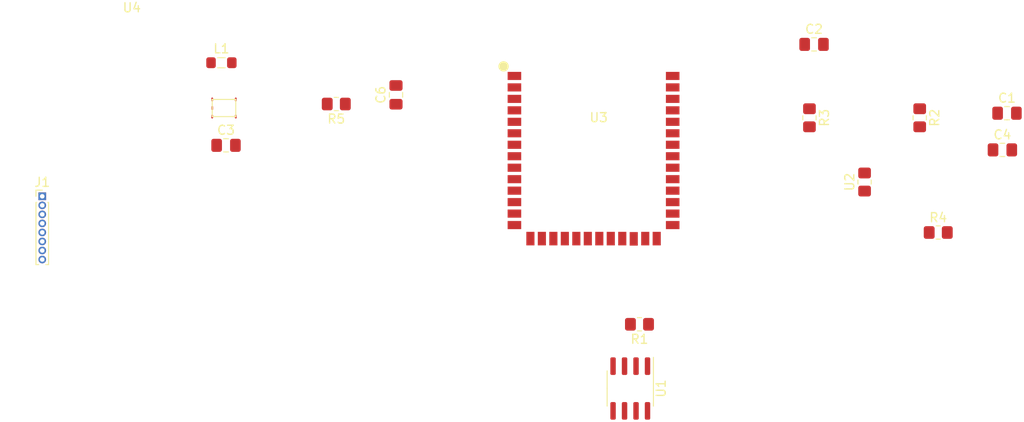
<source format=kicad_pcb>
(kicad_pcb (version 20211014) (generator pcbnew)
  (layers (0 "F.Cu" signal) (31 "B.Cu" signal) (34 "B.Paste" user) (35 "F.Paste" user) (36 "B.SilkS" user "B.Silkscreen") (37 "F.SilkS" user "F.Silkscreen") (38 "B.Mask" user) (39 "F.Mask" user) (44 "Edge.Cuts" user))
  (net 0 "")
  (net 1 "Net-(C1-Pad1)")
  (net 2 "GND")
  (net 3 "/VCC_3V3")
  (net 4 "VCC")
  (net 5 "/CHIP_PU")
  (net 6 "/Vtherm")
  (net 7 "/GPIO0")
  (net 8 "/U0RXD")
  (net 9 "/U0TXD")
  (net 10 "Net-(L1-Pad1)")
  (net 11 "Net-(R1-Pad2)")
  (net 12 "/SCL")
  (net 13 "/SDA")
  (footprint "Connector_PinHeader_1.00mm:PinHeader_1x08_P1.00mm_Vertical" (layer "F.Cu") (at 16.256 56.952)
    (fp_text reference "J1" (at 0 -1.56) (layer "F.SilkS"))
    (fp_text value "Conn_01x08")
    (fp_line (start -0.695 7.56) (end -0.394493 7.56) (layer "F.SilkS") (width 0.12))
    (fp_line (start -0.695 -0.685) (end 0 -0.685) (layer "F.SilkS") (width 0.12))
    (fp_line (start 0.608276 0.685) (end 0.695 0.685) (layer "F.SilkS") (width 0.12))
    (fp_line (start -0.695 0) (end -0.695 -0.685) (layer "F.SilkS") (width 0.12))
    (fp_line (start 0.394493 7.56) (end 0.695 7.56) (layer "F.SilkS") (width 0.12))
    (fp_line (start -0.695 0.685) (end -0.695 7.56) (layer "F.SilkS") (width 0.12))
    (fp_line (start -0.695 0.685) (end -0.608276 0.685) (layer "F.SilkS") (width 0.12))
    (fp_line (start 0.695 0.685) (end 0.695 7.56) (layer "F.SilkS") (width 0.12))
    (pad "1" thru_hole rect (at 0 0) (size 0.85 0.85) (drill 0.5) (layers *.Cu *.Mask) (net 4 "VCC"))
    (pad "2" thru_hole oval (at 0 1) (size 0.85 0.85) (drill 0.5) (layers *.Cu *.Mask) (net 6 "/Vtherm"))
    (pad "3" thru_hole oval (at 0 2) (size 0.85 0.85) (drill 0.5) (layers *.Cu *.Mask) (net 3 "/VCC_3V3"))
    (pad "4" thru_hole oval (at 0 3) (size 0.85 0.85) (drill 0.5) (layers *.Cu *.Mask) (net 5 "/CHIP_PU"))
    (pad "5" thru_hole oval (at 0 4) (size 0.85 0.85) (drill 0.5) (layers *.Cu *.Mask) (net 7 "/GPIO0"))
    (pad "6" thru_hole oval (at 0 5) (size 0.85 0.85) (drill 0.5) (layers *.Cu *.Mask) (net 8 "/U0RXD"))
    (pad "7" thru_hole oval (at 0 6) (size 0.85 0.85) (drill 0.5) (layers *.Cu *.Mask) (net 9 "/U0TXD"))
    (pad "8" thru_hole oval (at 0 7) (size 0.85 0.85) (drill 0.5) (layers *.Cu *.Mask) (net 2 "GND"))
  )
  (footprint "Capacitor_SMD:C_0805_2012Metric_Pad1.18x1.45mm_HandSolder" (layer "F.Cu") (at 122.936 47.752)
    (fp_text reference "C1" (at 0 -1.68) (layer "F.SilkS"))
    (fp_text value "10u")
    (fp_line (start -0.261252 0.735) (end 0.261252 0.735) (layer "F.SilkS") (width 0.12))
    (fp_line (start -0.261252 -0.735) (end 0.261252 -0.735) (layer "F.SilkS") (width 0.12))
    (pad "1" smd roundrect (at -1.0375 0) (size 1.175 1.45) (layers "F.Cu" "F.Paste" "F.Mask") (roundrect_rratio 0.212766) (net 1 "Net-(C1-Pad1)"))
    (pad "2" smd roundrect (at 1.0375 0) (size 1.175 1.45) (layers "F.Cu" "F.Paste" "F.Mask") (roundrect_rratio 0.212766) (net 2 "GND"))
  )
  (footprint "Module:RP402N331F-TR-FE" (layer "F.Cu") (at 35.052 46.228)
    (fp_text reference "U4" (at -8.89 -10.16 unlocked) (layer "F.SilkS"))
    (fp_text value "RP402N331F-TR-FE")
    (fp_rect (start 0 0) (end 2.6 1.9) (layer "F.SilkS") (width 0.12) (fill none))
    (pad "1" smd roundrect (at 0 0 90) (size 0.4 0.2) (layers "F.Cu" "F.Paste" "F.Mask") (net 10 "Net-(L1-Pad1)"))
    (pad "2" smd roundrect (at 0 0.95 90) (size 0.4 0.2) (layers "F.Cu" "F.Paste" "F.Mask") (net 2 "GND"))
    (pad "3" smd roundrect (at 0 1.9 90) (size 0.4 0.2) (layers "F.Cu" "F.Paste" "F.Mask") (net 3 "/VCC_3V3"))
    (pad "4" smd roundrect (at 2.6 0 90) (size 0.4 0.2) (layers "F.Cu" "F.Paste" "F.Mask") (net 4 "VCC"))
    (pad "5" smd roundrect (at 2.6 1.9 90) (size 0.4 0.2) (layers "F.Cu" "F.Paste" "F.Mask") (net 3 "/VCC_3V3"))
  )
  (footprint "Resistor_SMD:R_0805_2012Metric_Pad1.20x1.40mm_HandSolder" (layer "F.Cu") (at 82.296 71.12 180)
    (fp_text reference "R1" (at 0 -1.65) (layer "F.SilkS"))
    (fp_text value "10kΩ")
    (fp_line (start -0.227064 0.735) (end 0.227064 0.735) (layer "F.SilkS") (width 0.12))
    (fp_line (start -0.227064 -0.735) (end 0.227064 -0.735) (layer "F.SilkS") (width 0.12))
    (pad "1" smd roundrect (at -1 0 180) (size 1.2 1.4) (layers "F.Cu" "F.Paste" "F.Mask") (roundrect_rratio 0.208333) (net 3 "/VCC_3V3"))
    (pad "2" smd roundrect (at 1 0 180) (size 1.2 1.4) (layers "F.Cu" "F.Paste" "F.Mask") (roundrect_rratio 0.208333) (net 11 "Net-(R1-Pad2)"))
  )
  (footprint "Capacitor_SMD:C_0805_2012Metric_Pad1.18x1.45mm_HandSolder" (layer "F.Cu") (at 55.372 45.72 90)
    (fp_text reference "C6" (at 0 -1.68 90) (layer "F.SilkS"))
    (fp_text value "1u")
    (fp_line (start -0.261252 -0.735) (end 0.261252 -0.735) (layer "F.SilkS") (width 0.12))
    (fp_line (start -0.261252 0.735) (end 0.261252 0.735) (layer "F.SilkS") (width 0.12))
    (pad "1" smd roundrect (at -1.0375 0 90) (size 1.175 1.45) (layers "F.Cu" "F.Paste" "F.Mask") (roundrect_rratio 0.212766) (net 5 "/CHIP_PU"))
    (pad "2" smd roundrect (at 1.0375 0 90) (size 1.175 1.45) (layers "F.Cu" "F.Paste" "F.Mask") (roundrect_rratio 0.212766) (net 2 "GND"))
  )
  (footprint "Package_SO:SOIC-8_3.9x4.9mm_P1.27mm" (layer "F.Cu") (at 81.28 78.232 -90)
    (fp_text reference "U1" (at 0 -3.4 90) (layer "F.SilkS"))
    (fp_text value "AT30TS74")
    (fp_line (start 0 2.56) (end -1.95 2.56) (layer "F.SilkS") (width 0.12))
    (fp_line (start 0 -2.56) (end -3.45 -2.56) (layer "F.SilkS") (width 0.12))
    (fp_line (start 0 2.56) (end 1.95 2.56) (layer "F.SilkS") (width 0.12))
    (fp_line (start 0 -2.56) (end 1.95 -2.56) (layer "F.SilkS") (width 0.12))
    (pad "1" smd roundrect (at -2.475 -1.905 270) (size 1.95 0.6) (layers "F.Cu" "F.Paste" "F.Mask") (net 13 "/SDA"))
    (pad "2" smd roundrect (at -2.475 -0.635 270) (size 1.95 0.6) (layers "F.Cu" "F.Paste" "F.Mask") (net 12 "/SCL"))
    (pad "3" smd roundrect (at -2.475 0.635 270) (size 1.95 0.6) (layers "F.Cu" "F.Paste" "F.Mask") (net 11 "Net-(R1-Pad2)"))
    (pad "4" smd roundrect (at -2.475 1.905 270) (size 1.95 0.6) (layers "F.Cu" "F.Paste" "F.Mask") (net 2 "GND"))
    (pad "5" smd roundrect (at 2.475 1.905 270) (size 1.95 0.6) (layers "F.Cu" "F.Paste" "F.Mask") (net 2 "GND"))
    (pad "6" smd roundrect (at 2.475 0.635 270) (size 1.95 0.6) (layers "F.Cu" "F.Paste" "F.Mask") (net 2 "GND"))
    (pad "7" smd roundrect (at 2.475 -0.635 270) (size 1.95 0.6) (layers "F.Cu" "F.Paste" "F.Mask") (net 2 "GND"))
    (pad "8" smd roundrect (at 2.475 -1.905 270) (size 1.95 0.6) (layers "F.Cu" "F.Paste" "F.Mask") (net 3 "/VCC_3V3"))
  )
  (footprint "Resistor_SMD:R_0805_2012Metric_Pad1.20x1.40mm_HandSolder" (layer "F.Cu") (at 48.768 46.736 180)
    (fp_text reference "R5" (at 0 -1.65) (layer "F.SilkS"))
    (fp_text value "10k")
    (fp_line (start -0.227064 -0.735) (end 0.227064 -0.735) (layer "F.SilkS") (width 0.12))
    (fp_line (start -0.227064 0.735) (end 0.227064 0.735) (layer "F.SilkS") (width 0.12))
    (pad "1" smd roundrect (at -1 0 180) (size 1.2 1.4) (layers "F.Cu" "F.Paste" "F.Mask") (roundrect_rratio 0.208333) (net 5 "/CHIP_PU"))
    (pad "2" smd roundrect (at 1 0 180) (size 1.2 1.4) (layers "F.Cu" "F.Paste" "F.Mask") (roundrect_rratio 0.208333) (net 4 "VCC"))
  )
  (footprint "Capacitor_SMD:C_0805_2012Metric_Pad1.18x1.45mm_HandSolder" (layer "F.Cu") (at 101.6 40.132)
    (fp_text reference "C2" (at 0 -1.68) (layer "F.SilkS"))
    (fp_text value "0.1u")
    (fp_line (start -0.261252 -0.735) (end 0.261252 -0.735) (layer "F.SilkS") (width 0.12))
    (fp_line (start -0.261252 0.735) (end 0.261252 0.735) (layer "F.SilkS") (width 0.12))
    (pad "1" smd roundrect (at -1.0375 0) (size 1.175 1.45) (layers "F.Cu" "F.Paste" "F.Mask") (roundrect_rratio 0.212766) (net 1 "Net-(C1-Pad1)"))
    (pad "2" smd roundrect (at 1.0375 0) (size 1.175 1.45) (layers "F.Cu" "F.Paste" "F.Mask") (roundrect_rratio 0.212766) (net 2 "GND"))
  )
  (footprint "Resistor_SMD:R_0805_2012Metric_Pad1.20x1.40mm_HandSolder" (layer "F.Cu") (at 107.188 55.372 90)
    (fp_text reference "U2" (at 0 -1.65 90) (layer "F.SilkS"))
    (fp_text value "NCU18XH103F60RB")
    (fp_line (start -0.227064 0.735) (end 0.227064 0.735) (layer "F.SilkS") (width 0.12))
    (fp_line (start -0.227064 -0.735) (end 0.227064 -0.735) (layer "F.SilkS") (width 0.12))
    (pad "1" smd roundrect (at -1 0 90) (size 1.2 1.4) (layers "F.Cu" "F.Paste" "F.Mask") (roundrect_rratio 0.208333) (net 3 "/VCC_3V3"))
    (pad "2" smd roundrect (at 1 0 90) (size 1.2 1.4) (layers "F.Cu" "F.Paste" "F.Mask") (roundrect_rratio 0.208333) (net 6 "/Vtherm"))
  )
  (footprint "Module:ESP-32-S2-SOLO" (layer "F.Cu") (at 68.468 43.6265)
    (fp_text reference "U3" (at 9.32 4.61 unlocked) (layer "F.SilkS"))
    (fp_text value "ESP32_S2_SOLO")
    (fp_circle (center -1.2 -1.06) (end -0.69 -1.06) (layer "F.SilkS") (width 0.12) (fill solid))
    (pad "1" smd rect (at 0 0) (size 1.5 0.9) (layers "F.Cu" "F.Paste" "F.Mask") (net 2 "GND"))
    (pad "2" smd rect (at 0 1.27) (size 1.5 0.9) (layers "F.Cu" "F.Paste" "F.Mask") (net 1 "Net-(C1-Pad1)"))
    (pad "3" smd rect (at 0 2.54) (size 1.5 0.9) (layers "F.Cu" "F.Paste" "F.Mask") (net 5 "/CHIP_PU"))
    (pad "4" smd rect (at 0 3.81) (size 1.5 0.9) (layers "F.Cu" "F.Paste" "F.Mask"))
    (pad "5" smd rect (at 0 5.08) (size 1.5 0.9) (layers "F.Cu" "F.Paste" "F.Mask") (net 6 "/Vtherm"))
    (pad "6" smd rect (at 0 6.35) (size 1.5 0.9) (layers "F.Cu" "F.Paste" "F.Mask"))
    (pad "7" smd rect (at 0 7.62) (size 1.5 0.9) (layers "F.Cu" "F.Paste" "F.Mask"))
    (pad "8" smd rect (at 0 8.89) (size 1.5 0.9) (layers "F.Cu" "F.Paste" "F.Mask"))
    (pad "9" smd rect (at 0 10.16) (size 1.5 0.9) (layers "F.Cu" "F.Paste" "F.Mask"))
    (pad "10" smd rect (at 0 11.43) (size 1.5 0.9) (layers "F.Cu" "F.Paste" "F.Mask"))
    (pad "11" smd rect (at 0 12.7) (size 1.5 0.9) (layers "F.Cu" "F.Paste" "F.Mask"))
    (pad "12" smd rect (at 0 13.97) (size 1.5 0.9) (layers "F.Cu" "F.Paste" "F.Mask"))
    (pad "13" smd rect (at 0 15.24) (size 1.5 0.9) (layers "F.Cu" "F.Paste" "F.Mask"))
    (pad "14" smd rect (at 0 16.51) (size 1.5 0.9) (layers "F.Cu" "F.Paste" "F.Mask"))
    (pad "15" smd rect (at 1.765 18.01 90) (size 1.5 0.9) (layers "F.Cu" "F.Paste" "F.Mask"))
    (pad "16" smd rect (at 3.035 18.01 90) (size 1.5 0.9) (layers "F.Cu" "F.Paste" "F.Mask"))
    (pad "17" smd rect (at 4.305 18.01 90) (size 1.5 0.9) (layers "F.Cu" "F.Paste" "F.Mask"))
    (pad "18" smd rect (at 5.575 18.01 90) (size 1.5 0.9) (layers "F.Cu" "F.Paste" "F.Mask"))
    (pad "19" smd rect (at 6.845 18.01 90) (size 1.5 0.9) (layers "F.Cu" "F.Paste" "F.Mask"))
    (pad "20" smd rect (at 8.115 18.01 90) (size 1.5 0.9) (layers "F.Cu" "F.Paste" "F.Mask"))
    (pad "21" smd rect (at 9.385 18.01 90) (size 1.5 0.9) (layers "F.Cu" "F.Paste" "F.Mask"))
    (pad "22" smd rect (at 10.655 18.01 90) (size 1.5 0.9) (layers "F.Cu" "F.Paste" "F.Mask"))
    (pad "23" smd rect (at 11.925 18.01 90) (size 1.5 0.9) (layers "F.Cu" "F.Paste" "F.Mask"))
    (pad "24" smd rect (at 13.195 18.034 90) (size 1.5 0.9) (layers "F.Cu" "F.Paste" "F.Mask") (net 12 "/SCL"))
    (pad "25" smd rect (at 14.465 18.01 90) (size 1.5 0.9) (layers "F.Cu" "F.Paste" "F.Mask") (net 13 "/SDA"))
    (pad "26" smd rect (at 15.735 18.01 90) (size 1.5 0.9) (layers "F.Cu" "F.Paste" "F.Mask"))
    (pad "27" smd rect (at 17.5 16.51) (size 1.5 0.9) (layers "F.Cu" "F.Paste" "F.Mask") (net 7 "/GPIO0"))
    (pad "28" smd rect (at 17.5 15.24) (size 1.5 0.9) (layers "F.Cu" "F.Paste" "F.Mask"))
    (pad "29" smd rect (at 17.5 13.97) (size 1.5 0.9) (layers "F.Cu" "F.Paste" "F.Mask"))
    (pad "30" smd rect (at 17.5 12.7) (size 1.5 0.9) (layers "F.Cu" "F.Paste" "F.Mask"))
    (pad "31" smd rect (at 17.5 11.43) (size 1.5 0.9) (layers "F.Cu" "F.Paste" "F.Mask"))
    (pad "32" smd rect (at 17.5 10.16) (size 1.5 0.9) (layers "F.Cu" "F.Paste" "F.Mask"))
    (pad "33" smd rect (at 17.5 8.89) (size 1.5 0.9) (layers "F.Cu" "F.Paste" "F.Mask"))
    (pad "34" smd rect (at 17.5 7.62) (size 1.5 0.9) (layers "F.Cu" "F.Paste" "F.Mask"))
    (pad "35" smd rect (at 17.5 6.35) (size 1.5 0.9) (layers "F.Cu" "F.Paste" "F.Mask"))
    (pad "36" smd rect (at 17.5 5.08) (size 1.5 0.9) (layers "F.Cu" "F.Paste" "F.Mask") (net 8 "/U0RXD"))
    (pad "37" smd rect (at 17.5 3.81) (size 1.5 0.9) (layers "F.Cu" "F.Paste" "F.Mask") (net 9 "/U0TXD"))
    (pad "38" smd rect (at 17.5 2.54) (size 1.5 0.9) (layers "F.Cu" "F.Paste" "F.Mask"))
    (pad "39" smd rect (at 17.5 1.27) (size 1.5 0.9) (layers "F.Cu" "F.Paste" "F.Mask"))
    (pad "40" smd rect (at 17.5 0) (size 1.5 0.9) (layers "F.Cu" "F.Paste" "F.Mask"))
  )
  (footprint "Resistor_SMD:R_0805_2012Metric_Pad1.20x1.40mm_HandSolder" (layer "F.Cu") (at 101.092 48.26 -90)
    (fp_text reference "R3" (at 0 -1.65 90) (layer "F.SilkS"))
    (fp_text value "10kΩ")
    (fp_line (start -0.227064 0.735) (end 0.227064 0.735) (layer "F.SilkS") (width 0.12))
    (fp_line (start -0.227064 -0.735) (end 0.227064 -0.735) (layer "F.SilkS") (width 0.12))
    (pad "1" smd roundrect (at -1 0 270) (size 1.2 1.4) (layers "F.Cu" "F.Paste" "F.Mask") (roundrect_rratio 0.208333) (net 3 "/VCC_3V3"))
    (pad "2" smd roundrect (at 1 0 270) (size 1.2 1.4) (layers "F.Cu" "F.Paste" "F.Mask") (roundrect_rratio 0.208333) (net 13 "/SDA"))
  )
  (footprint "Resistor_SMD:R_0805_2012Metric_Pad1.20x1.40mm_HandSolder" (layer "F.Cu") (at 115.332 60.96)
    (fp_text reference "R4" (at 0 -1.65) (layer "F.SilkS"))
    (fp_text value "10kΩ")
    (fp_line (start -0.227064 -0.735) (end 0.227064 -0.735) (layer "F.SilkS") (width 0.12))
    (fp_line (start -0.227064 0.735) (end 0.227064 0.735) (layer "F.SilkS") (width 0.12))
    (pad "1" smd roundrect (at -1 0) (size 1.2 1.4) (layers "F.Cu" "F.Paste" "F.Mask") (roundrect_rratio 0.208333) (net 6 "/Vtherm"))
    (pad "2" smd roundrect (at 1 0) (size 1.2 1.4) (layers "F.Cu" "F.Paste" "F.Mask") (roundrect_rratio 0.208333) (net 2 "GND"))
  )
  (footprint "Resistor_SMD:R_0805_2012Metric_Pad1.20x1.40mm_HandSolder" (layer "F.Cu") (at 113.284 48.26 -90)
    (fp_text reference "R2" (at 0 -1.65 90) (layer "F.SilkS"))
    (fp_text value "10kΩ")
    (fp_line (start -0.227064 0.735) (end 0.227064 0.735) (layer "F.SilkS") (width 0.12))
    (fp_line (start -0.227064 -0.735) (end 0.227064 -0.735) (layer "F.SilkS") (width 0.12))
    (pad "1" smd roundrect (at -1 0 270) (size 1.2 1.4) (layers "F.Cu" "F.Paste" "F.Mask") (roundrect_rratio 0.208333) (net 3 "/VCC_3V3"))
    (pad "2" smd roundrect (at 1 0 270) (size 1.2 1.4) (layers "F.Cu" "F.Paste" "F.Mask") (roundrect_rratio 0.208333) (net 12 "/SCL"))
  )
  (footprint "Capacitor_SMD:C_0805_2012Metric_Pad1.18x1.45mm_HandSolder" (layer "F.Cu") (at 36.576 51.308)
    (fp_text reference "C3" (at 0 -1.68) (layer "F.SilkS"))
    (fp_text value "10u")
    (fp_line (start -0.261252 -0.735) (end 0.261252 -0.735) (layer "F.SilkS") (width 0.12))
    (fp_line (start -0.261252 0.735) (end 0.261252 0.735) (layer "F.SilkS") (width 0.12))
    (pad "1" smd roundrect (at -1.0375 0) (size 1.175 1.45) (layers "F.Cu" "F.Paste" "F.Mask") (roundrect_rratio 0.212766) (net 2 "GND"))
    (pad "2" smd roundrect (at 1.0375 0) (size 1.175 1.45) (layers "F.Cu" "F.Paste" "F.Mask") (roundrect_rratio 0.212766) (net 3 "/VCC_3V3"))
  )
  (footprint "Capacitor_SMD:C_0805_2012Metric_Pad1.18x1.45mm_HandSolder" (layer "F.Cu") (at 122.428 51.816)
    (fp_text reference "C4" (at 0 -1.68) (layer "F.SilkS"))
    (fp_text value "10u")
    (fp_line (start -0.261252 -0.735) (end 0.261252 -0.735) (layer "F.SilkS") (width 0.12))
    (fp_line (start -0.261252 0.735) (end 0.261252 0.735) (layer "F.SilkS") (width 0.12))
    (pad "1" smd roundrect (at -1.0375 0) (size 1.175 1.45) (layers "F.Cu" "F.Paste" "F.Mask") (roundrect_rratio 0.212766) (net 4 "VCC"))
    (pad "2" smd roundrect (at 1.0375 0) (size 1.175 1.45) (layers "F.Cu" "F.Paste" "F.Mask") (roundrect_rratio 0.212766) (net 2 "GND"))
  )
  (footprint "Inductor_SMD:L_0805_2012Metric_Pad1.05x1.20mm_HandSolder" (layer "F.Cu") (at 36.068 42.164)
    (fp_text reference "L1" (at 0 -1.55) (layer "F.SilkS"))
    (fp_text value "2.2u")
    (fp_line (start -0.410242 -0.56) (end 0.410242 -0.56) (layer "F.SilkS") (width 0.12))
    (fp_line (start -0.410242 0.56) (end 0.410242 0.56) (layer "F.SilkS") (width 0.12))
    (pad "1" smd roundrect (at -1.15 0) (size 1.05 1.2) (layers "F.Cu" "F.Paste" "F.Mask") (roundrect_rratio 0.238095) (net 10 "Net-(L1-Pad1)"))
    (pad "2" smd roundrect (at 1.15 0) (size 1.05 1.2) (layers "F.Cu" "F.Paste" "F.Mask") (roundrect_rratio 0.238095) (net 4 "VCC"))
  )
)
</source>
